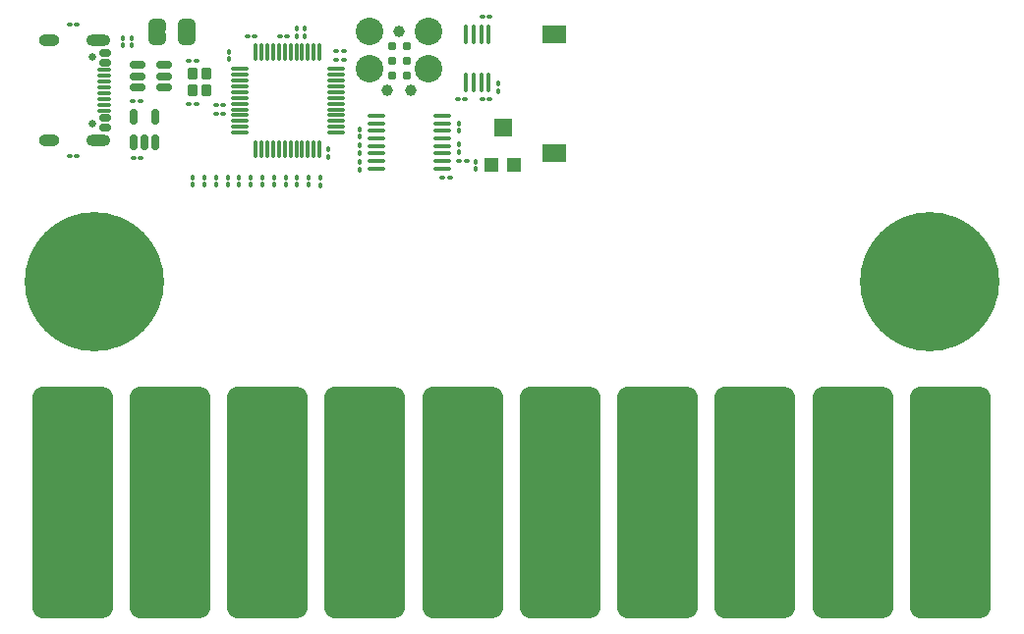
<source format=gbr>
%TF.GenerationSoftware,KiCad,Pcbnew,9.0.3*%
%TF.CreationDate,2025-09-06T00:14:14-07:00*%
%TF.ProjectId,business_card,62757369-6e65-4737-935f-636172642e6b,1.0*%
%TF.SameCoordinates,Original*%
%TF.FileFunction,Soldermask,Top*%
%TF.FilePolarity,Negative*%
%FSLAX46Y46*%
G04 Gerber Fmt 4.6, Leading zero omitted, Abs format (unit mm)*
G04 Created by KiCad (PCBNEW 9.0.3) date 2025-09-06 00:14:14*
%MOMM*%
%LPD*%
G01*
G04 APERTURE LIST*
G04 Aperture macros list*
%AMRoundRect*
0 Rectangle with rounded corners*
0 $1 Rounding radius*
0 $2 $3 $4 $5 $6 $7 $8 $9 X,Y pos of 4 corners*
0 Add a 4 corners polygon primitive as box body*
4,1,4,$2,$3,$4,$5,$6,$7,$8,$9,$2,$3,0*
0 Add four circle primitives for the rounded corners*
1,1,$1+$1,$2,$3*
1,1,$1+$1,$4,$5*
1,1,$1+$1,$6,$7*
1,1,$1+$1,$8,$9*
0 Add four rect primitives between the rounded corners*
20,1,$1+$1,$2,$3,$4,$5,0*
20,1,$1+$1,$4,$5,$6,$7,0*
20,1,$1+$1,$6,$7,$8,$9,0*
20,1,$1+$1,$8,$9,$2,$3,0*%
%AMFreePoly0*
4,1,23,0.500000,-0.750000,0.000000,-0.750000,0.000000,-0.745722,-0.065263,-0.745722,-0.191342,-0.711940,-0.304381,-0.646677,-0.396677,-0.554381,-0.461940,-0.441342,-0.495722,-0.315263,-0.495722,-0.250000,-0.500000,-0.250000,-0.500000,0.250000,-0.495722,0.250000,-0.495722,0.315263,-0.461940,0.441342,-0.396677,0.554381,-0.304381,0.646677,-0.191342,0.711940,-0.065263,0.745722,0.000000,0.745722,
0.000000,0.750000,0.500000,0.750000,0.500000,-0.750000,0.500000,-0.750000,$1*%
%AMFreePoly1*
4,1,23,0.000000,0.745722,0.065263,0.745722,0.191342,0.711940,0.304381,0.646677,0.396677,0.554381,0.461940,0.441342,0.495722,0.315263,0.495722,0.250000,0.500000,0.250000,0.500000,-0.250000,0.495722,-0.250000,0.495722,-0.315263,0.461940,-0.441342,0.396677,-0.554381,0.304381,-0.646677,0.191342,-0.711940,0.065263,-0.745722,0.000000,-0.745722,0.000000,-0.750000,-0.500000,-0.750000,
-0.500000,0.750000,0.000000,0.750000,0.000000,0.745722,0.000000,0.745722,$1*%
G04 Aperture macros list end*
%ADD10RoundRect,0.075000X-0.075000X-0.662500X0.075000X-0.662500X0.075000X0.662500X-0.075000X0.662500X0*%
%ADD11RoundRect,0.075000X-0.662500X-0.075000X0.662500X-0.075000X0.662500X0.075000X-0.662500X0.075000X0*%
%ADD12R,1.200000X1.200000*%
%ADD13R,1.600000X1.500000*%
%ADD14O,1.800000X1.000000*%
%ADD15O,2.100000X1.000000*%
%ADD16RoundRect,0.150000X-0.350000X0.150000X-0.350000X-0.150000X0.350000X-0.150000X0.350000X0.150000X0*%
%ADD17RoundRect,0.075000X-0.500000X0.075000X-0.500000X-0.075000X0.500000X-0.075000X0.500000X0.075000X0*%
%ADD18C,0.650000*%
%ADD19RoundRect,0.100000X-0.100000X0.130000X-0.100000X-0.130000X0.100000X-0.130000X0.100000X0.130000X0*%
%ADD20RoundRect,1.050000X2.450000X-8.950000X2.450000X8.950000X-2.450000X8.950000X-2.450000X-8.950000X0*%
%ADD21R,2.000000X1.500000*%
%ADD22RoundRect,0.100000X0.100000X-0.130000X0.100000X0.130000X-0.100000X0.130000X-0.100000X-0.130000X0*%
%ADD23RoundRect,0.150000X-0.512500X-0.150000X0.512500X-0.150000X0.512500X0.150000X-0.512500X0.150000X0*%
%ADD24RoundRect,0.100000X-0.130000X-0.100000X0.130000X-0.100000X0.130000X0.100000X-0.130000X0.100000X0*%
%ADD25RoundRect,0.150000X0.150000X-0.512500X0.150000X0.512500X-0.150000X0.512500X-0.150000X-0.512500X0*%
%ADD26FreePoly0,270.000000*%
%ADD27FreePoly1,270.000000*%
%ADD28RoundRect,0.100000X0.130000X0.100000X-0.130000X0.100000X-0.130000X-0.100000X0.130000X-0.100000X0*%
%ADD29RoundRect,0.100000X0.637500X0.100000X-0.637500X0.100000X-0.637500X-0.100000X0.637500X-0.100000X0*%
%ADD30RoundRect,0.100000X0.100000X-0.712500X0.100000X0.712500X-0.100000X0.712500X-0.100000X-0.712500X0*%
%ADD31C,2.374900*%
%ADD32C,0.990600*%
%ADD33C,0.787400*%
%ADD34C,12.000000*%
%ADD35RoundRect,0.102000X-0.323000X0.373000X-0.323000X-0.373000X0.323000X-0.373000X0.323000X0.373000X0*%
G04 APERTURE END LIST*
%TO.C,JP1*%
G36*
X188415000Y-69812500D02*
G01*
X186915000Y-69812500D01*
X186915000Y-70112500D01*
X188415000Y-70112500D01*
X188415000Y-69812500D01*
G37*
%TO.C,JP2*%
G36*
X191015000Y-69812500D02*
G01*
X189515000Y-69812500D01*
X189515000Y-70112500D01*
X191015000Y-70112500D01*
X191015000Y-69812500D01*
G37*
%TD*%
D10*
%TO.C,U3*%
X196180000Y-71762500D03*
X196680000Y-71762500D03*
X197180000Y-71762500D03*
X197680000Y-71762500D03*
X198180000Y-71762500D03*
X198680000Y-71762500D03*
X199180000Y-71762500D03*
X199680000Y-71762500D03*
X200180000Y-71762500D03*
X200680000Y-71762500D03*
X201180000Y-71762500D03*
X201680000Y-71762500D03*
D11*
X203092500Y-73175000D03*
X203092500Y-73675000D03*
X203092500Y-74175000D03*
X203092500Y-74675000D03*
X203092500Y-75175000D03*
X203092500Y-75675000D03*
X203092500Y-76175000D03*
X203092500Y-76675000D03*
X203092500Y-77175000D03*
X203092500Y-77675000D03*
X203092500Y-78175000D03*
X203092500Y-78675000D03*
D10*
X201680000Y-80087500D03*
X201180000Y-80087500D03*
X200680000Y-80087500D03*
X200180000Y-80087500D03*
X199680000Y-80087500D03*
X199180000Y-80087500D03*
X198680000Y-80087500D03*
X198180000Y-80087500D03*
X197680000Y-80087500D03*
X197180000Y-80087500D03*
X196680000Y-80087500D03*
X196180000Y-80087500D03*
D11*
X194767500Y-78675000D03*
X194767500Y-78175000D03*
X194767500Y-77675000D03*
X194767500Y-77175000D03*
X194767500Y-76675000D03*
X194767500Y-76175000D03*
X194767500Y-75675000D03*
X194767500Y-75175000D03*
X194767500Y-74675000D03*
X194767500Y-74175000D03*
X194767500Y-73675000D03*
X194767500Y-73175000D03*
%TD*%
D12*
%TO.C,RV1*%
X218465000Y-81487500D03*
D13*
X217465000Y-78237500D03*
D12*
X216465000Y-81487500D03*
%TD*%
D14*
%TO.C,J1*%
X178400000Y-79332500D03*
D15*
X182580000Y-79332500D03*
D14*
X178400000Y-70692500D03*
D15*
X182580000Y-70692500D03*
D16*
X183240000Y-71812500D03*
X183240000Y-72612500D03*
D17*
X183155000Y-73262500D03*
X183155000Y-74262500D03*
X183155000Y-75762500D03*
X183155000Y-76762500D03*
D16*
X183240000Y-77412500D03*
X183240000Y-78212500D03*
X183240000Y-78212500D03*
X183240000Y-77412500D03*
D17*
X183155000Y-76262500D03*
X183155000Y-75262500D03*
X183155000Y-74762500D03*
X183155000Y-73762500D03*
D16*
X183240000Y-72612500D03*
X183240000Y-71812500D03*
D18*
X182080000Y-77902500D03*
X182080000Y-72122500D03*
%TD*%
D19*
%TO.C,R6*%
X192750000Y-82525000D03*
X192750000Y-83165000D03*
%TD*%
D20*
%TO.C,J10*%
X239200000Y-110625000D03*
%TD*%
D19*
%TO.C,R12*%
X197750000Y-82525000D03*
X197750000Y-83165000D03*
%TD*%
D20*
%TO.C,J4*%
X188800000Y-110625000D03*
%TD*%
%TO.C,J5*%
X197200000Y-110625000D03*
%TD*%
D21*
%TO.C,LS1*%
X221865000Y-70162500D03*
X221865000Y-80462500D03*
%TD*%
D22*
%TO.C,C20*%
X217115000Y-75082500D03*
X217115000Y-74442500D03*
%TD*%
D23*
%TO.C,U2*%
X186015000Y-72862500D03*
X186015000Y-73812500D03*
X186015000Y-74762500D03*
X188290000Y-74762500D03*
X188290000Y-73812500D03*
X188290000Y-72862500D03*
%TD*%
D24*
%TO.C,C16*%
X213730000Y-81112500D03*
X214370000Y-81112500D03*
%TD*%
D25*
%TO.C,U4*%
X185657500Y-79550000D03*
X186607500Y-79550000D03*
X187557500Y-79550000D03*
X187557500Y-77275000D03*
X185657500Y-77275000D03*
%TD*%
D26*
%TO.C,JP1*%
X187665000Y-69312500D03*
D27*
X187665000Y-70612500D03*
%TD*%
D19*
%TO.C,C18*%
X213665000Y-79692500D03*
X213665000Y-80332500D03*
%TD*%
%TO.C,R11*%
X196750000Y-82525000D03*
X196750000Y-83165000D03*
%TD*%
%TO.C,R13*%
X198750000Y-82550000D03*
X198750000Y-83190000D03*
%TD*%
D22*
%TO.C,R20*%
X200400000Y-70345000D03*
X200400000Y-69705000D03*
%TD*%
D19*
%TO.C,R7*%
X193750000Y-82525000D03*
X193750000Y-83165000D03*
%TD*%
D24*
%TO.C,C8*%
X185645000Y-80862500D03*
X186285000Y-80862500D03*
%TD*%
D28*
%TO.C,C1*%
X193380000Y-76312500D03*
X192740000Y-76312500D03*
%TD*%
%TO.C,C11*%
X191070000Y-76237500D03*
X190430000Y-76237500D03*
%TD*%
D24*
%TO.C,C6*%
X192750000Y-77062500D03*
X193390000Y-77062500D03*
%TD*%
%TO.C,C9*%
X185575000Y-75962500D03*
X186215000Y-75962500D03*
%TD*%
D19*
%TO.C,R17*%
X201750000Y-82555000D03*
X201750000Y-83195000D03*
%TD*%
D22*
%TO.C,R19*%
X205165000Y-79032500D03*
X205165000Y-78392500D03*
%TD*%
D20*
%TO.C,J6*%
X205600000Y-110625000D03*
%TD*%
D28*
%TO.C,C7*%
X203767500Y-71625000D03*
X203127500Y-71625000D03*
%TD*%
D20*
%TO.C,J8*%
X222400000Y-110625000D03*
%TD*%
D19*
%TO.C,C15*%
X205165000Y-81212500D03*
X205165000Y-81852500D03*
%TD*%
D22*
%TO.C,C3*%
X202467500Y-80750000D03*
X202467500Y-80110000D03*
%TD*%
D29*
%TO.C,U6*%
X212290000Y-81762500D03*
X212290000Y-81112500D03*
X212290000Y-80462500D03*
X212290000Y-79812500D03*
X212290000Y-79162500D03*
X212290000Y-78512500D03*
X212290000Y-77862500D03*
X212290000Y-77212500D03*
X206565000Y-77212500D03*
X206565000Y-77862500D03*
X206565000Y-78512500D03*
X206565000Y-79162500D03*
X206565000Y-79812500D03*
X206565000Y-80462500D03*
X206565000Y-81112500D03*
X206565000Y-81762500D03*
%TD*%
D30*
%TO.C,U5*%
X214315000Y-74387500D03*
X214965000Y-74387500D03*
X215615000Y-74387500D03*
X216265000Y-74387500D03*
X216265000Y-70162500D03*
X215615000Y-70162500D03*
X214965000Y-70162500D03*
X214315000Y-70162500D03*
%TD*%
D19*
%TO.C,C5*%
X193865000Y-71692500D03*
X193865000Y-72332500D03*
%TD*%
D22*
%TO.C,C14*%
X213665000Y-78532500D03*
X213665000Y-77892500D03*
%TD*%
D28*
%TO.C,C4*%
X203765000Y-72375000D03*
X203125000Y-72375000D03*
%TD*%
%TO.C,R2*%
X180770000Y-69325000D03*
X180130000Y-69325000D03*
%TD*%
D19*
%TO.C,R10*%
X195750000Y-82525000D03*
X195750000Y-83165000D03*
%TD*%
D20*
%TO.C,J12*%
X256000000Y-110625000D03*
%TD*%
D19*
%TO.C,R9*%
X194750000Y-82525000D03*
X194750000Y-83165000D03*
%TD*%
D31*
%TO.C,U1*%
X211095000Y-69962500D03*
D32*
X208555000Y-69962500D03*
D31*
X206015000Y-69962500D03*
X211095000Y-73137500D03*
X206015000Y-73137500D03*
D32*
X209571000Y-75042500D03*
X207539000Y-75042500D03*
D33*
X207920000Y-71232500D03*
X209190000Y-71232500D03*
X207920000Y-72502500D03*
X209190000Y-72502500D03*
X207920000Y-73772500D03*
X209190000Y-73772500D03*
%TD*%
D34*
%TO.C,J2*%
X182250000Y-91525000D03*
%TD*%
D22*
%TO.C,C19*%
X205165000Y-80432500D03*
X205165000Y-79792500D03*
%TD*%
%TO.C,C12*%
X215165000Y-81832500D03*
X215165000Y-81192500D03*
%TD*%
D28*
%TO.C,R1*%
X180780000Y-80712500D03*
X180140000Y-80712500D03*
%TD*%
D22*
%TO.C,D1*%
X184715000Y-71140000D03*
X184715000Y-70500000D03*
%TD*%
D24*
%TO.C,R16*%
X212260000Y-82600000D03*
X212900000Y-82600000D03*
%TD*%
D19*
%TO.C,R14*%
X199750000Y-82550000D03*
X199750000Y-83190000D03*
%TD*%
%TO.C,R5*%
X191750000Y-82525000D03*
X191750000Y-83165000D03*
%TD*%
D20*
%TO.C,J9*%
X230800000Y-110625000D03*
%TD*%
%TO.C,J7*%
X214000000Y-110625000D03*
%TD*%
D28*
%TO.C,C17*%
X216335000Y-75812500D03*
X215695000Y-75812500D03*
%TD*%
D19*
%TO.C,D2*%
X199700000Y-69705000D03*
X199700000Y-70345000D03*
%TD*%
D20*
%TO.C,J11*%
X247600000Y-110625000D03*
%TD*%
%TO.C,J3*%
X180400000Y-110625000D03*
%TD*%
D26*
%TO.C,JP2*%
X190265000Y-69312500D03*
D27*
X190265000Y-70612500D03*
%TD*%
D28*
%TO.C,R3*%
X198885000Y-70362500D03*
X198245000Y-70362500D03*
%TD*%
D19*
%TO.C,R4*%
X190750000Y-82525000D03*
X190750000Y-83165000D03*
%TD*%
D24*
%TO.C,C2*%
X195445000Y-70362500D03*
X196085000Y-70362500D03*
%TD*%
D28*
%TO.C,C10*%
X191080000Y-72462500D03*
X190440000Y-72462500D03*
%TD*%
D34*
%TO.C,J13*%
X254250000Y-91525000D03*
%TD*%
D19*
%TO.C,R15*%
X200750000Y-82550000D03*
X200750000Y-83190000D03*
%TD*%
D35*
%TO.C,Y1*%
X190780000Y-73612500D03*
X190780000Y-75062500D03*
X191930000Y-75062500D03*
X191930000Y-73612500D03*
%TD*%
D24*
%TO.C,C13*%
X215695000Y-68712500D03*
X216335000Y-68712500D03*
%TD*%
D19*
%TO.C,R8*%
X185500000Y-70505000D03*
X185500000Y-71145000D03*
%TD*%
D24*
%TO.C,R18*%
X213595000Y-75812500D03*
X214235000Y-75812500D03*
%TD*%
M02*

</source>
